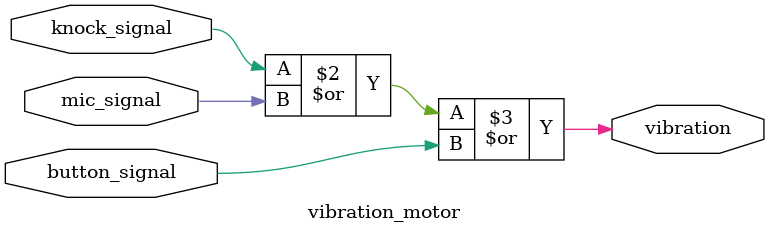
<source format=v>
module vibration_motor (  
input knock_signal,  
input mic_signal, 
input button_signal,  
output  
reg vibration  
);  
always @(*) begin  
vibration = knock_signal | mic_signal | button_signal;  
end  
endmodule 

</source>
